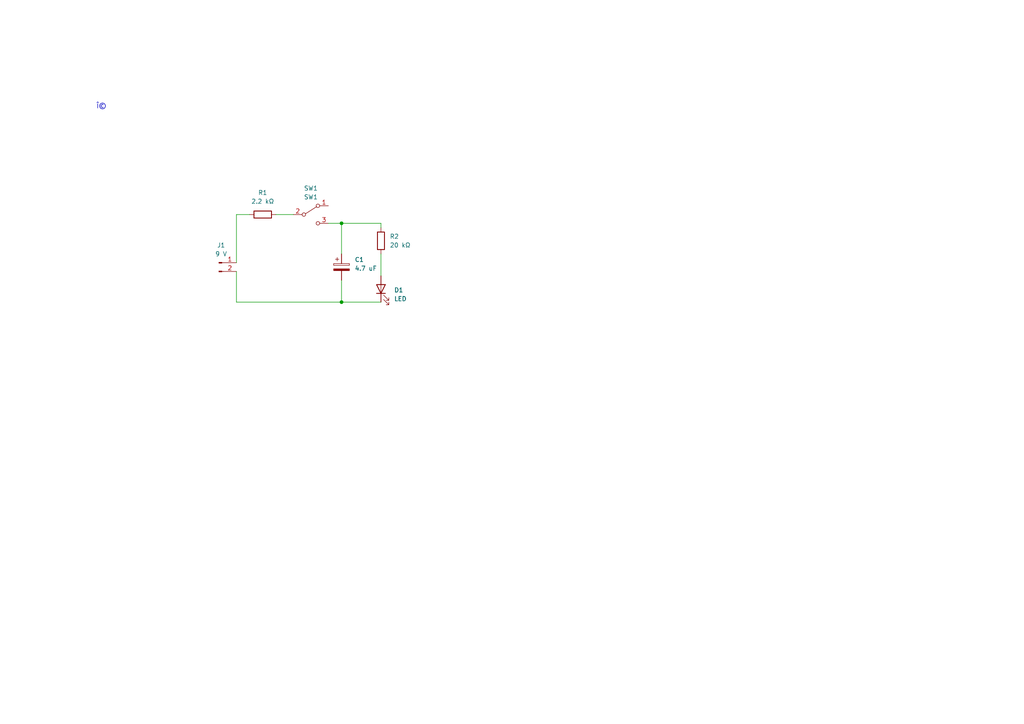
<source format=kicad_sch>
(kicad_sch (version 20211123) (generator eeschema)
  (paper "A4")
  (lib_symbols
    (symbol "Connector:Conn_01x02_Male" (pin_names (offset 1.016) hide)
      (property "Reference" "J" (at 0 2.54 0))
      (property "Value" "Conn_01x02_Male" (at 0 -5.08 0))
      (symbol "Conn_01x02_Male_1_1"
        (polyline (pts (xy 1.27 -2.54) (xy 0.8636 -2.54)) (stroke (width 0.1524)))
        (polyline (pts (xy 1.27 0) (xy 0.8636 0)) (stroke (width 0.1524)))
        (rectangle (start 0.8636 -2.413) (end 0 -2.667) (stroke (width 0.1524)) (fill (type outline)))
        (rectangle (start 0.8636 0.127) (end 0 -0.127) (stroke (width 0.1524)) (fill (type outline)))
        (pin passive line (at 5.08 0 180) (length 3.81) (name "Pin_1") (number "1"))
        (pin passive line (at 5.08 -2.54 180) (length 3.81) (name "Pin_2") (number "2"))
      )
    )
    (symbol "Device:C_Polarized" (pin_numbers hide) (pin_names (offset 0.254))
      (property "Reference" "C" (at 0.635 2.54 0))
      (property "Value" "C_Polarized" (at 0.635 -2.54 0))
      (symbol "C_Polarized_0_1"
        (rectangle (start -2.286 0.508) (end 2.286 1.016))
        (polyline (pts (xy -1.778 2.286) (xy -0.762 2.286)))
        (polyline (pts (xy -1.27 2.794) (xy -1.27 1.778)))
        (rectangle (start 2.286 -0.508) (end -2.286 -1.016) (fill (type outline)))
      )
      (symbol "C_Polarized_1_1"
        (pin passive line (at 0 3.81 270) (length 2.794) (name "~") (number "1"))
        (pin passive line (at 0 -3.81 90) (length 2.794) (name "~") (number "2"))
      )
    )
    (symbol "Device:LED" (pin_numbers hide) (pin_names (offset 1.016) hide)
      (property "Reference" "D" (at 0 2.54 0))
      (property "Value" "LED" (at 0 -2.54 0))
      (symbol "LED_0_1"
        (polyline (pts (xy -1.27 -1.27) (xy -1.27 1.27)) (stroke (width 0.254)))
        (polyline (pts (xy -1.27 0) (xy 1.27 0)))
        (polyline (pts (xy 1.27 -1.27) (xy 1.27 1.27) (xy -1.27 0) (xy 1.27 -1.27)) (stroke (width 0.254)))
        (polyline (pts (xy -3.048 -0.762) (xy -4.572 -2.286) (xy -3.81 -2.286) (xy -4.572 -2.286) (xy -4.572 -1.524)))
        (polyline (pts (xy -1.778 -0.762) (xy -3.302 -2.286) (xy -2.54 -2.286) (xy -3.302 -2.286) (xy -3.302 -1.524)))
      )
      (symbol "LED_1_1"
        (pin passive line (at -3.81 0 0) (length 2.54) (name "K") (number "1"))
        (pin passive line (at 3.81 0 180) (length 2.54) (name "A") (number "2"))
      )
    )
    (symbol "Device:R" (pin_numbers hide) (pin_names (offset 0))
      (property "Reference" "R" (at 2.032 0 90))
      (property "Value" "R" (at 0 0 90))
      (symbol "R_0_1"
        (rectangle (start -1.016 -2.54) (end 1.016 2.54) (stroke (width 0.254)))
      )
      (symbol "R_1_1"
        (pin passive line (at 0 3.81 270) (length 1.27) (name "~") (number "1"))
        (pin passive line (at 0 -3.81 90) (length 1.27) (name "~") (number "2"))
      )
    )
    (symbol "Switch:SW_SPDT" (pin_names (offset 0) hide)
      (property "Reference" "SW" (at 0 4.318 0))
      (property "Value" "SW_SPDT" (at 0 -5.08 0))
      (symbol "SW_SPDT_0_0"
        (circle (center -2.032 0) (radius 0.508))
        (circle (center 2.032 -2.54) (radius 0.508))
      )
      (symbol "SW_SPDT_0_1"
        (polyline (pts (xy -1.524 0.254) (xy 1.651 2.286)))
        (circle (center 2.032 2.54) (radius 0.508))
      )
      (symbol "SW_SPDT_1_1"
        (pin passive line (at 5.08 2.54 180) (length 2.54) (name "A") (number "1"))
        (pin passive line (at -5.08 0 0) (length 2.54) (name "B") (number "2"))
        (pin passive line (at 5.08 -2.54 180) (length 2.54) (name "C") (number "3"))
      )
    )
  )
  (junction (at 99.06 64.77))
  (junction (at 99.06 87.63))
  (wire (pts (xy 95.25 64.77) (xy 99.06 64.77)))
  (wire (pts (xy 80.01 62.23) (xy 85.09 62.23)))
  (wire (pts (xy 68.58 78.74) (xy 68.58 87.63)))
  (wire (pts (xy 110.49 73.66) (xy 110.49 80.01)))
  (wire (pts (xy 99.06 64.77) (xy 99.06 73.66)))
  (wire (pts (xy 110.49 64.77) (xy 110.49 66.04)))
  (wire (pts (xy 68.58 62.23) (xy 72.39 62.23)))
  (wire (pts (xy 99.06 64.77) (xy 110.49 64.77)))
  (wire (pts (xy 99.06 81.28) (xy 99.06 87.63)))
  (wire (pts (xy 99.06 87.63) (xy 110.49 87.63)))
  (wire (pts (xy 68.58 76.2) (xy 68.58 62.23)))
  (wire (pts (xy 99.06 87.63) (xy 68.58 87.63)))
  (text "Î©" (at 27.94 31.75 0) (effects (font (size 1.27 1.27)) (justify left bottom)))
  (symbol (lib_id "Device:R") (at 110.49 69.85 180) (unit 1)
    (property "Reference" "R2" (at 113.03 68.5799 0) (effects (justify right)))
    (property "Value" "20 kΩ" (at 113.03 71.1199 0) (effects (justify right)))
  )
  (symbol (lib_id "Switch:SW_SPDT") (at 90.17 62.23 0) (unit 1)
    (property "Reference" "SW1" (at 90.17 54.61 0))
    (property "Value" "SW1" (at 90.17 57.15 0))
  )
  (symbol (lib_id "Device:LED") (at 110.49 83.82 90) (unit 1)
    (property "Reference" "D1" (at 114.3 84.1374 90) (effects (justify right)))
    (property "Value" "LED" (at 114.3 86.6774 90) (effects (justify right)))
  )
  (symbol (lib_id "Device:C_Polarized") (at 99.06 77.47 0) (unit 1)
    (property "Reference" "C1" (at 102.87 75.3109 0) (effects (justify left)))
    (property "Value" "4.7 uF" (at 102.87 77.8509 0) (effects (justify left)))
  )
  (symbol (lib_id "Device:R") (at 76.2 62.23 90) (unit 1)
    (property "Reference" "R1" (at 76.2 55.88 90))
    (property "Value" "2.2 kΩ" (at 76.2 58.42 90))
  )
  (symbol (lib_id "Connector:Conn_01x02_Male") (at 63.5 76.2 0) (unit 1)
    (property "Reference" "J1" (at 64.135 71.12 0))
    (property "Value" "9 V" (at 64.135 73.66 0))
  )
)
</source>
